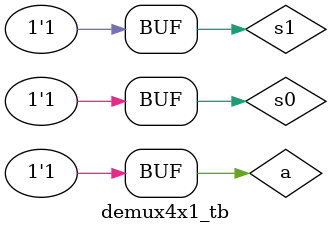
<source format=v>

module demux4x1_tb();
reg a;
reg s0,s1;
wire  y0,y1,y2,y3;
demux_4x1_struct dut(.a(a),.s0(s0),.s1(s1),.y0(y0),.y1(y1),.y2(y2),.y3(y3));
initial begin
a=1;
s0=0;
s1=0;
#20
s0=0;
s1=1;
#20
s0=1;
s1=0;
#20
s0=1;
s1=1;
#20;
end

endmodule

</source>
